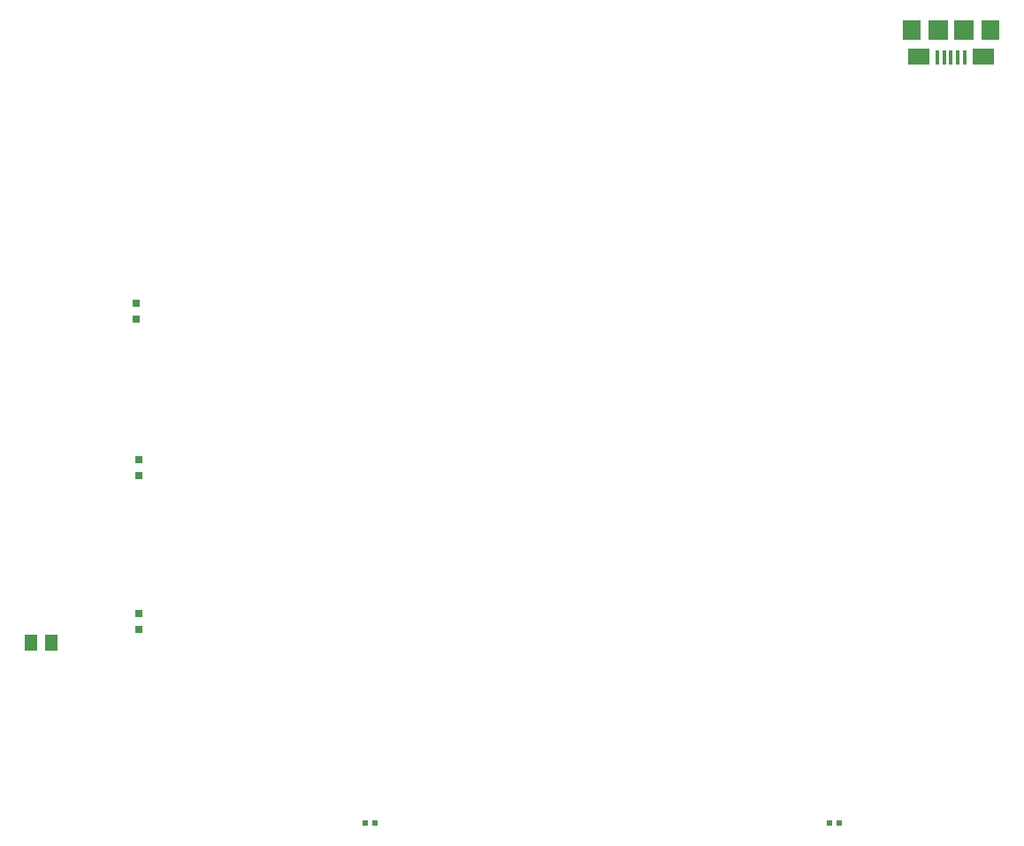
<source format=gbr>
G04 EAGLE Gerber RS-274X export*
G75*
%MOMM*%
%FSLAX34Y34*%
%LPD*%
%INSolderpaste Top*%
%IPPOS*%
%AMOC8*
5,1,8,0,0,1.08239X$1,22.5*%
G01*
%ADD10R,0.800000X0.800000*%
%ADD11R,0.500000X0.600000*%
%ADD12R,1.800000X1.900000*%
%ADD13R,1.900000X1.900000*%
%ADD14R,2.100000X1.600000*%
%ADD15R,0.400000X1.350000*%
%ADD16R,1.300000X1.500000*%


D10*
X144780Y739020D03*
X144780Y724020D03*
X147320Y589160D03*
X147320Y574160D03*
X147320Y441840D03*
X147320Y426840D03*
D11*
X363300Y241300D03*
X373300Y241300D03*
X807800Y241300D03*
X817800Y241300D03*
D12*
X962560Y1000760D03*
D13*
X936560Y1000760D03*
X912560Y1000760D03*
D12*
X886560Y1000760D03*
D14*
X893560Y975260D03*
X955560Y975260D03*
D15*
X924560Y974010D03*
X931060Y974010D03*
X911560Y974010D03*
X918060Y974010D03*
X937560Y974010D03*
D16*
X43840Y414020D03*
X62840Y414020D03*
M02*

</source>
